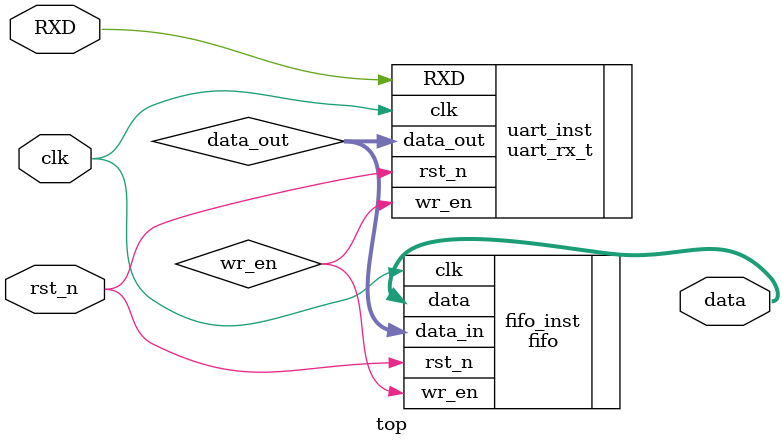
<source format=v>
module top (
  input wire clk,
  input wire rst_n,
  input wire RXD,
  output  [7:0] data
);

wire [7:0]data_out;
wire wr_en;
 uart_rx_t uart_inst (
    .clk(clk),
    .rst_n(rst_n),
    .RXD(RXD),
    .data_out(data_out),
    .wr_en(wr_en)
  );


 fifo fifo_inst (
    .clk(clk),
    .rst_n(rst_n),
    .data_in(data_out),
    .wr_en(wr_en),
    .data(data)
  );

endmodule

</source>
